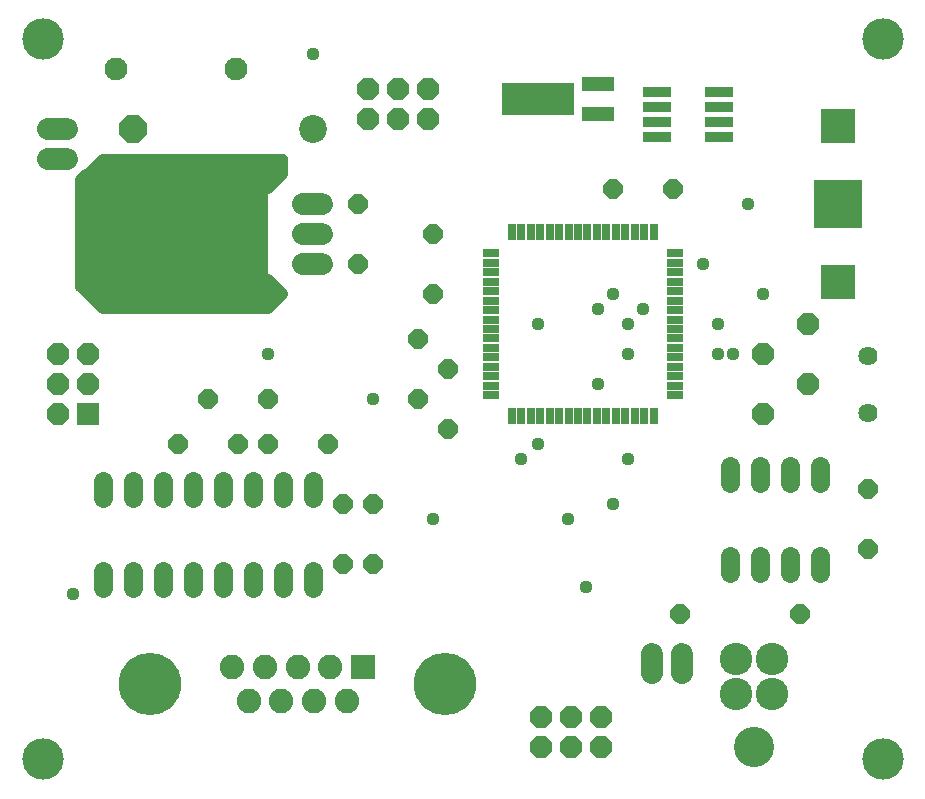
<source format=gts>
G75*
G70*
%OFA0B0*%
%FSLAX24Y24*%
%IPPOS*%
%LPD*%
%AMOC8*
5,1,8,0,0,1.08239X$1,22.5*
%
%ADD10R,0.6000X0.4000*%
%ADD11C,0.0320*%
%ADD12C,0.0640*%
%ADD13OC8,0.0710*%
%ADD14C,0.0760*%
%ADD15OC8,0.0640*%
%ADD16R,0.0550X0.0300*%
%ADD17R,0.0300X0.0550*%
%ADD18C,0.0640*%
%ADD19C,0.1080*%
%ADD20C,0.1340*%
%ADD21C,0.0720*%
%ADD22OC8,0.0720*%
%ADD23C,0.1380*%
%ADD24R,0.0720X0.0720*%
%ADD25R,0.0950X0.0320*%
%ADD26R,0.1064X0.0474*%
%ADD27R,0.2442X0.1064*%
%ADD28C,0.0930*%
%ADD29OC8,0.0930*%
%ADD30R,0.0820X0.0820*%
%ADD31C,0.0820*%
%ADD32C,0.2080*%
%ADD33R,0.1640X0.1640*%
%ADD34R,0.1175X0.1175*%
%ADD35C,0.0440*%
D10*
X006125Y021372D03*
D11*
X003625Y019872D02*
X003125Y019372D01*
X003125Y022872D01*
X003125Y023372D01*
X003075Y023372D01*
X002875Y023172D01*
X002875Y019622D01*
X003125Y019372D01*
X003625Y018872D01*
X009125Y018872D01*
X009625Y019372D01*
X009125Y019872D01*
X003625Y019872D01*
X003508Y019755D02*
X009242Y019755D01*
X009561Y019437D02*
X003189Y019437D01*
X003125Y019437D02*
X003061Y019437D01*
X003125Y019755D02*
X002875Y019755D01*
X002875Y020074D02*
X003125Y020074D01*
X003125Y020392D02*
X002875Y020392D01*
X002875Y020711D02*
X003125Y020711D01*
X003125Y021029D02*
X002875Y021029D01*
X002875Y021348D02*
X003125Y021348D01*
X003125Y021666D02*
X002875Y021666D01*
X002875Y021985D02*
X003125Y021985D01*
X003125Y022304D02*
X002875Y022304D01*
X002875Y022622D02*
X003125Y022622D01*
X003125Y022941D02*
X002875Y022941D01*
X002962Y023259D02*
X003125Y023259D01*
X003238Y023259D02*
X009512Y023259D01*
X009625Y023372D02*
X009125Y022872D01*
X003625Y022872D01*
X003125Y023372D01*
X003625Y023872D01*
X009625Y023872D01*
X009625Y023372D01*
X009625Y023578D02*
X003330Y023578D01*
X003557Y022941D02*
X009193Y022941D01*
X009371Y019118D02*
X003379Y019118D01*
D12*
X029125Y017322D03*
X029125Y015422D03*
D13*
X027125Y016372D03*
X025625Y015372D03*
X025625Y017372D03*
X027125Y018372D03*
D14*
X008075Y026872D03*
X004075Y026872D03*
D15*
X012125Y022372D03*
X012125Y020372D03*
X014625Y019372D03*
X014125Y017872D03*
X015125Y016872D03*
X014125Y015872D03*
X015125Y014872D03*
X012625Y012372D03*
X011625Y012372D03*
X011625Y010372D03*
X012625Y010372D03*
X011125Y014372D03*
X009125Y014372D03*
X008125Y014372D03*
X009125Y015872D03*
X007125Y015872D03*
X006125Y014372D03*
X014625Y021372D03*
X020625Y022872D03*
X022625Y022872D03*
X029125Y012872D03*
X029125Y010872D03*
X026875Y008722D03*
X022875Y008722D03*
D16*
X022696Y016010D03*
X022696Y016325D03*
X022696Y016640D03*
X022696Y016955D03*
X022696Y017270D03*
X022696Y017585D03*
X022696Y017900D03*
X022696Y018215D03*
X022696Y018530D03*
X022696Y018845D03*
X022696Y019160D03*
X022696Y019475D03*
X022696Y019790D03*
X022696Y020105D03*
X022696Y020420D03*
X022696Y020735D03*
X016554Y020735D03*
X016554Y020420D03*
X016554Y020105D03*
X016554Y019790D03*
X016554Y019475D03*
X016554Y019160D03*
X016554Y018845D03*
X016554Y018530D03*
X016554Y018215D03*
X016554Y017900D03*
X016554Y017585D03*
X016554Y017270D03*
X016554Y016955D03*
X016554Y016640D03*
X016554Y016325D03*
X016554Y016010D03*
D17*
X017263Y015302D03*
X017578Y015302D03*
X017893Y015302D03*
X018208Y015302D03*
X018523Y015302D03*
X018837Y015302D03*
X019152Y015302D03*
X019467Y015302D03*
X019782Y015302D03*
X020097Y015302D03*
X020412Y015302D03*
X020727Y015302D03*
X021042Y015302D03*
X021357Y015302D03*
X021672Y015302D03*
X021987Y015302D03*
X021987Y021443D03*
X021672Y021443D03*
X021357Y021443D03*
X021042Y021443D03*
X020727Y021443D03*
X020412Y021443D03*
X020097Y021443D03*
X019782Y021443D03*
X019467Y021443D03*
X019152Y021443D03*
X018837Y021443D03*
X018523Y021443D03*
X018208Y021443D03*
X017893Y021443D03*
X017578Y021443D03*
X017263Y021443D03*
D18*
X024525Y013652D02*
X024525Y013092D01*
X025525Y013092D02*
X025525Y013652D01*
X026525Y013652D02*
X026525Y013092D01*
X027525Y013092D02*
X027525Y013652D01*
X027525Y010652D02*
X027525Y010092D01*
X026525Y010092D02*
X026525Y010652D01*
X025525Y010652D02*
X025525Y010092D01*
X024525Y010092D02*
X024525Y010652D01*
X010625Y010152D02*
X010625Y009592D01*
X009625Y009592D02*
X009625Y010152D01*
X008625Y010152D02*
X008625Y009592D01*
X007625Y009592D02*
X007625Y010152D01*
X006625Y010152D02*
X006625Y009592D01*
X005625Y009592D02*
X005625Y010152D01*
X004625Y010152D02*
X004625Y009592D01*
X003625Y009592D02*
X003625Y010152D01*
X003625Y012592D02*
X003625Y013152D01*
X004625Y013152D02*
X004625Y012592D01*
X005625Y012592D02*
X005625Y013152D01*
X006625Y013152D02*
X006625Y012592D01*
X007625Y012592D02*
X007625Y013152D01*
X008625Y013152D02*
X008625Y012592D01*
X009625Y012592D02*
X009625Y013152D01*
X010625Y013152D02*
X010625Y012592D01*
D19*
X024737Y007222D03*
X024737Y006041D03*
X025919Y006041D03*
X025919Y007222D03*
D20*
X025328Y004270D03*
D21*
X022925Y006752D02*
X022925Y007392D01*
X021925Y007392D02*
X021925Y006752D01*
X010945Y020372D02*
X010305Y020372D01*
X010305Y021372D02*
X010945Y021372D01*
X010945Y022372D02*
X010305Y022372D01*
X002445Y023872D02*
X001805Y023872D01*
X001805Y024872D02*
X002445Y024872D01*
D22*
X002125Y017372D03*
X002125Y016372D03*
X002125Y015372D03*
X003125Y016372D03*
X003125Y017372D03*
X012475Y025222D03*
X013475Y025222D03*
X014475Y025222D03*
X014475Y026222D03*
X013475Y026222D03*
X012475Y026222D03*
X018225Y005272D03*
X018225Y004272D03*
X019225Y004272D03*
X020225Y004272D03*
X020225Y005272D03*
X019225Y005272D03*
D23*
X001625Y003872D03*
X004725Y021372D03*
X001625Y027872D03*
X029625Y027872D03*
X029625Y003872D03*
D24*
X003125Y015372D03*
D25*
X022095Y024622D03*
X022095Y025122D03*
X022095Y025622D03*
X022095Y026122D03*
X024155Y026122D03*
X024155Y025622D03*
X024155Y025122D03*
X024155Y024622D03*
D26*
X020125Y025372D03*
X020125Y026372D03*
D27*
X018125Y025872D03*
D28*
X010625Y024872D03*
D29*
X004625Y024872D03*
D30*
X012306Y006931D03*
D31*
X011215Y006931D03*
X010125Y006931D03*
X009034Y006931D03*
X007944Y006931D03*
X008491Y005813D03*
X009582Y005813D03*
X010668Y005813D03*
X011759Y005813D03*
D32*
X015046Y006372D03*
X005204Y006372D03*
D33*
X028125Y022372D03*
D34*
X028125Y019772D03*
X028125Y024972D03*
D35*
X025125Y022372D03*
X023625Y020372D03*
X021625Y018872D03*
X021125Y018372D03*
X021125Y017372D03*
X020125Y016372D03*
X018125Y014372D03*
X017575Y013872D03*
X019125Y011872D03*
X020625Y012372D03*
X021125Y013872D03*
X024125Y017372D03*
X024625Y017372D03*
X024125Y018372D03*
X025625Y019372D03*
X020625Y019372D03*
X020125Y018872D03*
X018125Y018372D03*
X012625Y015872D03*
X009125Y017372D03*
X014625Y011872D03*
X019725Y009622D03*
X002625Y009372D03*
X010625Y027372D03*
M02*

</source>
